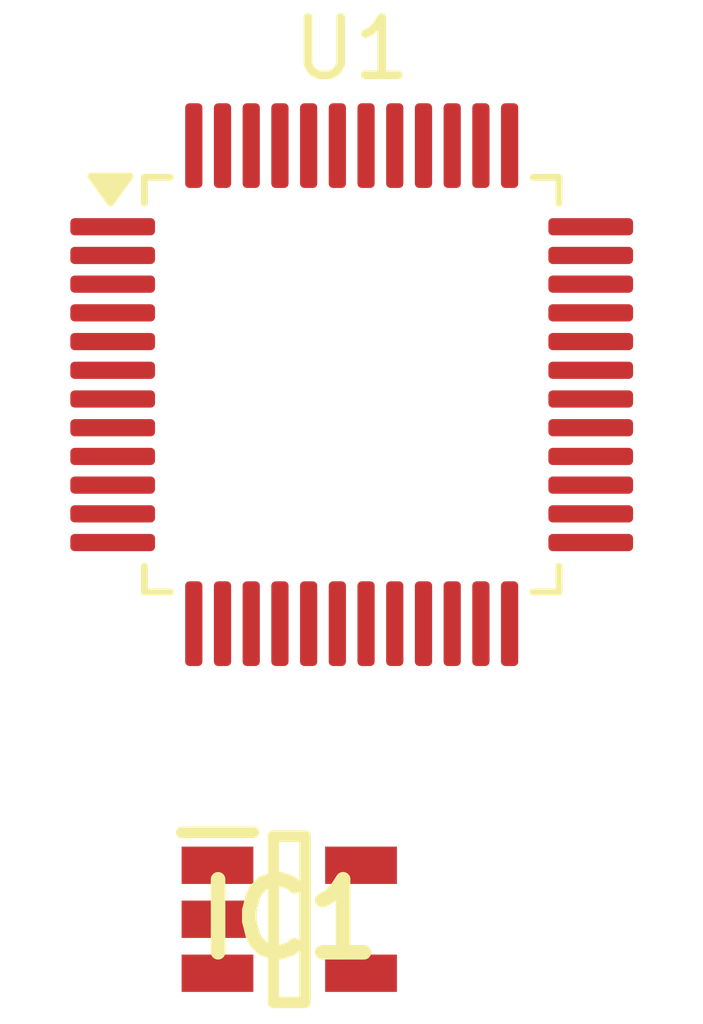
<source format=kicad_pcb>
(kicad_pcb (version 20241229) (generator "pcbnew") (generator_version "9.0")
  (layers (0 "F.Cu" signal) (2 "B.Cu" signal) (13 "F.Paste" user) (15 "B.Paste" user) (5 "F.SilkS" user "F.Silkscreen") (7 "B.SilkS" user "B.Silkscreen") (1 "F.Mask" user) (3 "B.Mask" user) (25 "Edge.Cuts" user))
  (net 0 "")
  (net 19 "Net-(U1-VSS-Pad23)")
  (footprint "Package_QFP:LQFP-48_7x7mm_P0.5mm" (layer "F.Cu") (at 38.3375 28.75)
    (property "Reference" "U1" (at 0 -5.85 0) (layer "F.SilkS"))
    (property "Value" "STM32F103C8Tx")
    (fp_line (start -3.61 -3.61) (end -3.61 -3.16) (stroke (width 0.12)) (layer "F.SilkS"))
    (fp_line (start -3.61 3.61) (end -3.61 3.16) (stroke (width 0.12)) (layer "F.SilkS"))
    (fp_line (start -3.16 -3.61) (end -3.61 -3.61) (stroke (width 0.12)) (layer "F.SilkS"))
    (fp_line (start -3.16 3.61) (end -3.61 3.61) (stroke (width 0.12)) (layer "F.SilkS"))
    (fp_line (start 3.16 -3.61) (end 3.61 -3.61) (stroke (width 0.12)) (layer "F.SilkS"))
    (fp_line (start 3.16 3.61) (end 3.61 3.61) (stroke (width 0.12)) (layer "F.SilkS"))
    (fp_line (start 3.61 -3.61) (end 3.61 -3.16) (stroke (width 0.12)) (layer "F.SilkS"))
    (fp_line (start 3.61 3.61) (end 3.61 3.16) (stroke (width 0.12)) (layer "F.SilkS"))
    (fp_poly (pts (xy -4.2 -3.16) (xy -4.54 -3.63) (xy -3.86 -3.63) (xy -4.2 -3.16)) (stroke (width 0.12)) (fill yes) (layer "F.SilkS"))
    (pad "1" smd roundrect (at -4.1625 -2.75) (size 1.475 0.3) (layers "F.Cu" "F.Mask" "F.Paste"))
    (pad "2" smd roundrect (at -4.1625 -2.25) (size 1.475 0.3) (layers "F.Cu" "F.Mask" "F.Paste"))
    (pad "3" smd roundrect (at -4.1625 -1.75) (size 1.475 0.3) (layers "F.Cu" "F.Mask" "F.Paste"))
    (pad "4" smd roundrect (at -4.1625 -1.25) (size 1.475 0.3) (layers "F.Cu" "F.Mask" "F.Paste"))
    (pad "5" smd roundrect (at -4.1625 -0.75) (size 1.475 0.3) (layers "F.Cu" "F.Mask" "F.Paste"))
    (pad "6" smd roundrect (at -4.1625 -0.25) (size 1.475 0.3) (layers "F.Cu" "F.Mask" "F.Paste"))
    (pad "7" smd roundrect (at -4.1625 0.25) (size 1.475 0.3) (layers "F.Cu" "F.Mask" "F.Paste"))
    (pad "8" smd roundrect (at -4.1625 0.75) (size 1.475 0.3) (layers "F.Cu" "F.Mask" "F.Paste"))
    (pad "9" smd roundrect (at -4.1625 1.25) (size 1.475 0.3) (layers "F.Cu" "F.Mask" "F.Paste"))
    (pad "10" smd roundrect (at -4.1625 1.75) (size 1.475 0.3) (layers "F.Cu" "F.Mask" "F.Paste"))
    (pad "11" smd roundrect (at -4.1625 2.25) (size 1.475 0.3) (layers "F.Cu" "F.Mask" "F.Paste"))
    (pad "12" smd roundrect (at -4.1625 2.75) (size 1.475 0.3) (layers "F.Cu" "F.Mask" "F.Paste"))
    (pad "13" smd roundrect (at -2.75 4.1625) (size 0.3 1.475) (layers "F.Cu" "F.Mask" "F.Paste"))
    (pad "14" smd roundrect (at -2.25 4.1625) (size 0.3 1.475) (layers "F.Cu" "F.Mask" "F.Paste"))
    (pad "15" smd roundrect (at -1.75 4.1625) (size 0.3 1.475) (layers "F.Cu" "F.Mask" "F.Paste"))
    (pad "16" smd roundrect (at -1.25 4.1625) (size 0.3 1.475) (layers "F.Cu" "F.Mask" "F.Paste"))
    (pad "17" smd roundrect (at -0.75 4.1625) (size 0.3 1.475) (layers "F.Cu" "F.Mask" "F.Paste"))
    (pad "18" smd roundrect (at -0.25 4.1625) (size 0.3 1.475) (layers "F.Cu" "F.Mask" "F.Paste"))
    (pad "19" smd roundrect (at 0.25 4.1625) (size 0.3 1.475) (layers "F.Cu" "F.Mask" "F.Paste"))
    (pad "20" smd roundrect (at 0.75 4.1625) (size 0.3 1.475) (layers "F.Cu" "F.Mask" "F.Paste"))
    (pad "21" smd roundrect (at 1.25 4.1625) (size 0.3 1.475) (layers "F.Cu" "F.Mask" "F.Paste"))
    (pad "22" smd roundrect (at 1.75 4.1625) (size 0.3 1.475) (layers "F.Cu" "F.Mask" "F.Paste"))
    (pad "23" smd roundrect (at 2.25 4.1625) (size 0.3 1.475) (layers "F.Cu" "F.Mask" "F.Paste") (net 19 "Net-(U1-VSS-Pad23)"))
    (pad "24" smd roundrect (at 2.75 4.1625) (size 0.3 1.475) (layers "F.Cu" "F.Mask" "F.Paste"))
    (pad "25" smd roundrect (at 4.1625 2.75) (size 1.475 0.3) (layers "F.Cu" "F.Mask" "F.Paste"))
    (pad "26" smd roundrect (at 4.1625 2.25) (size 1.475 0.3) (layers "F.Cu" "F.Mask" "F.Paste"))
    (pad "27" smd roundrect (at 4.1625 1.75) (size 1.475 0.3) (layers "F.Cu" "F.Mask" "F.Paste"))
    (pad "28" smd roundrect (at 4.1625 1.25) (size 1.475 0.3) (layers "F.Cu" "F.Mask" "F.Paste"))
    (pad "29" smd roundrect (at 4.1625 0.75) (size 1.475 0.3) (layers "F.Cu" "F.Mask" "F.Paste"))
    (pad "30" smd roundrect (at 4.1625 0.25) (size 1.475 0.3) (layers "F.Cu" "F.Mask" "F.Paste"))
    (pad "31" smd roundrect (at 4.1625 -0.25) (size 1.475 0.3) (layers "F.Cu" "F.Mask" "F.Paste"))
    (pad "32" smd roundrect (at 4.1625 -0.75) (size 1.475 0.3) (layers "F.Cu" "F.Mask" "F.Paste"))
    (pad "33" smd roundrect (at 4.1625 -1.25) (size 1.475 0.3) (layers "F.Cu" "F.Mask" "F.Paste"))
    (pad "34" smd roundrect (at 4.1625 -1.75) (size 1.475 0.3) (layers "F.Cu" "F.Mask" "F.Paste"))
    (pad "35" smd roundrect (at 4.1625 -2.25) (size 1.475 0.3) (layers "F.Cu" "F.Mask" "F.Paste") (net 19 "Net-(U1-VSS-Pad23)"))
    (pad "36" smd roundrect (at 4.1625 -2.75) (size 1.475 0.3) (layers "F.Cu" "F.Mask" "F.Paste"))
    (pad "37" smd roundrect (at 2.75 -4.1625) (size 0.3 1.475) (layers "F.Cu" "F.Mask" "F.Paste"))
    (pad "38" smd roundrect (at 2.25 -4.1625) (size 0.3 1.475) (layers "F.Cu" "F.Mask" "F.Paste"))
    (pad "39" smd roundrect (at 1.75 -4.1625) (size 0.3 1.475) (layers "F.Cu" "F.Mask" "F.Paste"))
    (pad "40" smd roundrect (at 1.25 -4.1625) (size 0.3 1.475) (layers "F.Cu" "F.Mask" "F.Paste"))
    (pad "41" smd roundrect (at 0.75 -4.1625) (size 0.3 1.475) (layers "F.Cu" "F.Mask" "F.Paste"))
    (pad "42" smd roundrect (at 0.25 -4.1625) (size 0.3 1.475) (layers "F.Cu" "F.Mask" "F.Paste"))
    (pad "43" smd roundrect (at -0.25 -4.1625) (size 0.3 1.475) (layers "F.Cu" "F.Mask" "F.Paste"))
    (pad "44" smd roundrect (at -0.75 -4.1625) (size 0.3 1.475) (layers "F.Cu" "F.Mask" "F.Paste"))
    (pad "45" smd roundrect (at -1.25 -4.1625) (size 0.3 1.475) (layers "F.Cu" "F.Mask" "F.Paste"))
    (pad "46" smd roundrect (at -1.75 -4.1625) (size 0.3 1.475) (layers "F.Cu" "F.Mask" "F.Paste"))
    (pad "47" smd roundrect (at -2.25 -4.1625) (size 0.3 1.475) (layers "F.Cu" "F.Mask" "F.Paste") (net 19 "Net-(U1-VSS-Pad23)"))
    (pad "48" smd roundrect (at -2.75 -4.1625) (size 0.3 1.475) (layers "F.Cu" "F.Mask" "F.Paste"))
  )
  (footprint "RT9193-33GB:SOT94P279X130-5N" (layer "F.Cu") (at 37.25 38.06)
    (property "Reference" "IC1" (at 0 0 0) (layer "F.SilkS") (effects (font (size 1.27 1.27) (thickness 0.254))))
    (property "Value" "RT9193-33GB" (hide yes))
    (fp_line (start -1.875 -1.514) (end -0.625 -1.514) (stroke (width 0.2)) (layer "F.SilkS"))
    (fp_line (start -0.275 -1.448) (end 0.275 -1.448) (stroke (width 0.2)) (layer "F.SilkS"))
    (fp_line (start -0.275 1.448) (end -0.275 -1.448) (stroke (width 0.2)) (layer "F.SilkS"))
    (fp_line (start 0.275 -1.448) (end 0.275 1.448) (stroke (width 0.2)) (layer "F.SilkS"))
    (fp_line (start 0.275 1.448) (end -0.275 1.448) (stroke (width 0.2)) (layer "F.SilkS"))
    (pad "1" smd rect (at -1.25 -0.94 90) (size 0.65 1.25) (layers "F.Cu" "F.Mask" "F.Paste"))
    (pad "2" smd rect (at -1.25 0 90) (size 0.65 1.25) (layers "F.Cu" "F.Mask" "F.Paste"))
    (pad "3" smd rect (at -1.25 0.94 90) (size 0.65 1.25) (layers "F.Cu" "F.Mask" "F.Paste"))
    (pad "4" smd rect (at 1.25 0.94 90) (size 0.65 1.25) (layers "F.Cu" "F.Mask" "F.Paste"))
    (pad "5" smd rect (at 1.25 -0.94 90) (size 0.65 1.25) (layers "F.Cu" "F.Mask" "F.Paste"))
  )
)
</source>
